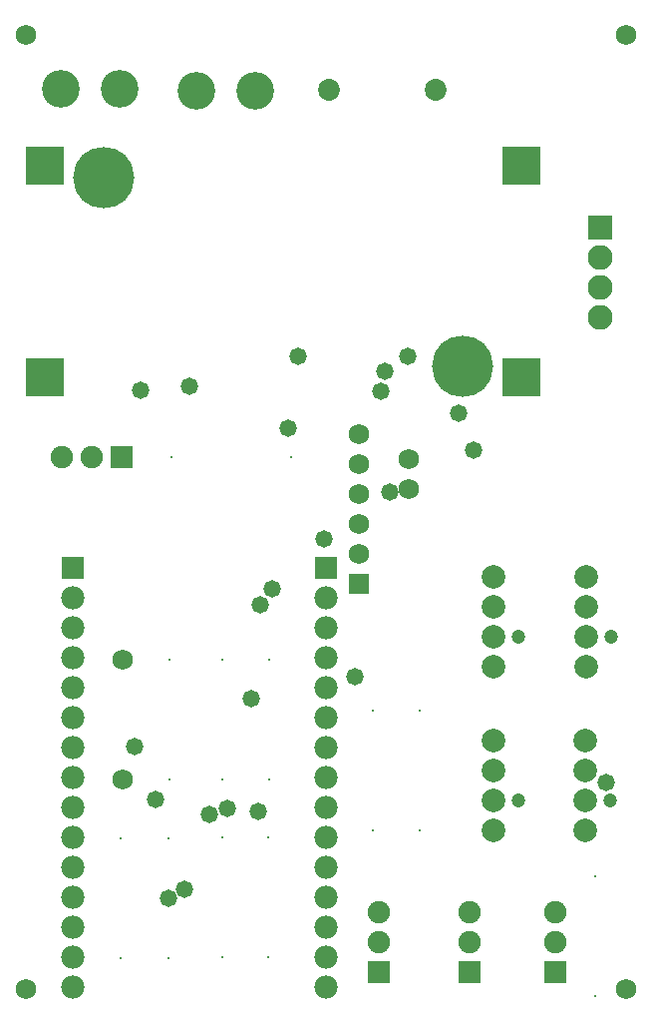
<source format=gts>
G04 Layer_Color=20142*
%FSLAX24Y24*%
%MOIN*%
G70*
G01*
G75*
%ADD36C,0.0730*%
%ADD37C,0.2049*%
%ADD38R,0.1261X0.1261*%
%ADD39C,0.1261*%
%ADD40C,0.0680*%
%ADD41C,0.0080*%
%ADD42R,0.0680X0.0680*%
%ADD43C,0.0474*%
%ADD44C,0.0789*%
%ADD45C,0.0830*%
%ADD46R,0.0830X0.0830*%
%ADD47C,0.0749*%
%ADD48R,0.0749X0.0749*%
%ADD49R,0.0749X0.0749*%
%ADD50R,0.0780X0.0780*%
%ADD51C,0.0780*%
%ADD52C,0.0580*%
D36*
X24331Y40669D02*
D03*
X20787D02*
D03*
D37*
X25236Y31457D02*
D03*
X13228Y37756D02*
D03*
D38*
X11260Y31063D02*
D03*
X27205D02*
D03*
Y38150D02*
D03*
X11260D02*
D03*
D39*
X16339Y40630D02*
D03*
X18307D02*
D03*
X13780Y40709D02*
D03*
X11811D02*
D03*
D40*
X23454Y27335D02*
D03*
Y28335D02*
D03*
X13858Y17638D02*
D03*
Y21638D02*
D03*
X21772Y25173D02*
D03*
Y26173D02*
D03*
Y27173D02*
D03*
Y28173D02*
D03*
Y29173D02*
D03*
X30709Y10630D02*
D03*
X10630D02*
D03*
Y42520D02*
D03*
X30709D02*
D03*
D41*
X29685Y14409D02*
D03*
Y10409D02*
D03*
X18740Y15709D02*
D03*
Y11709D02*
D03*
X19488Y28425D02*
D03*
X15488D02*
D03*
X23819Y15945D02*
D03*
Y19945D02*
D03*
X22244Y15945D02*
D03*
Y19945D02*
D03*
X18780Y17638D02*
D03*
Y21638D02*
D03*
X17205Y17638D02*
D03*
Y21638D02*
D03*
X15433Y17638D02*
D03*
Y21638D02*
D03*
X15394Y15669D02*
D03*
Y11669D02*
D03*
X17205Y15709D02*
D03*
Y11709D02*
D03*
X13819Y15669D02*
D03*
Y11669D02*
D03*
D42*
X21772Y24173D02*
D03*
D43*
X30220Y22402D02*
D03*
X27110Y16929D02*
D03*
Y22402D02*
D03*
X30181Y16929D02*
D03*
D44*
X29370Y24402D02*
D03*
Y23402D02*
D03*
X29370Y22402D02*
D03*
X29370Y21402D02*
D03*
X26260Y18929D02*
D03*
Y17929D02*
D03*
X26260Y16929D02*
D03*
X26260Y15929D02*
D03*
Y24402D02*
D03*
Y23402D02*
D03*
X26260Y22402D02*
D03*
X26260Y21402D02*
D03*
X29331Y18929D02*
D03*
Y17929D02*
D03*
X29331Y16929D02*
D03*
X29331Y15929D02*
D03*
D45*
X29837Y33067D02*
D03*
Y34067D02*
D03*
Y35067D02*
D03*
D46*
Y36067D02*
D03*
D47*
X11835Y28425D02*
D03*
X12835D02*
D03*
X28346Y13205D02*
D03*
Y12205D02*
D03*
X25472Y13205D02*
D03*
Y12205D02*
D03*
X22441Y13205D02*
D03*
Y12205D02*
D03*
D48*
X13835Y28425D02*
D03*
D49*
X28346Y11205D02*
D03*
X25472D02*
D03*
X22441Y11205D02*
D03*
D50*
X12205Y24717D02*
D03*
X20669D02*
D03*
D51*
X12205Y23717D02*
D03*
Y22717D02*
D03*
Y21717D02*
D03*
Y20717D02*
D03*
Y19717D02*
D03*
Y18717D02*
D03*
Y17717D02*
D03*
Y16717D02*
D03*
Y15717D02*
D03*
Y14717D02*
D03*
Y13717D02*
D03*
Y12717D02*
D03*
Y11717D02*
D03*
Y10717D02*
D03*
X20669Y23717D02*
D03*
Y22717D02*
D03*
Y21717D02*
D03*
Y20717D02*
D03*
Y19717D02*
D03*
Y18717D02*
D03*
Y17717D02*
D03*
Y16717D02*
D03*
Y15717D02*
D03*
Y14717D02*
D03*
Y13717D02*
D03*
Y12717D02*
D03*
Y11717D02*
D03*
Y10717D02*
D03*
D52*
X18400Y16580D02*
D03*
X17370Y16670D02*
D03*
X18480Y23490D02*
D03*
X18870Y24010D02*
D03*
X22800Y27240D02*
D03*
X17360Y16670D02*
D03*
X25100Y29865D02*
D03*
X23400Y31760D02*
D03*
X16110Y30780D02*
D03*
X30040Y17530D02*
D03*
X18180Y20330D02*
D03*
X14280Y18750D02*
D03*
X14470Y30650D02*
D03*
X22650Y31270D02*
D03*
X25590Y28650D02*
D03*
X20620Y25660D02*
D03*
X16780Y16460D02*
D03*
X14961Y16968D02*
D03*
X21650Y21090D02*
D03*
X15390Y13670D02*
D03*
X15945Y13976D02*
D03*
X22510Y30620D02*
D03*
X19409Y29370D02*
D03*
X19724Y31772D02*
D03*
M02*

</source>
